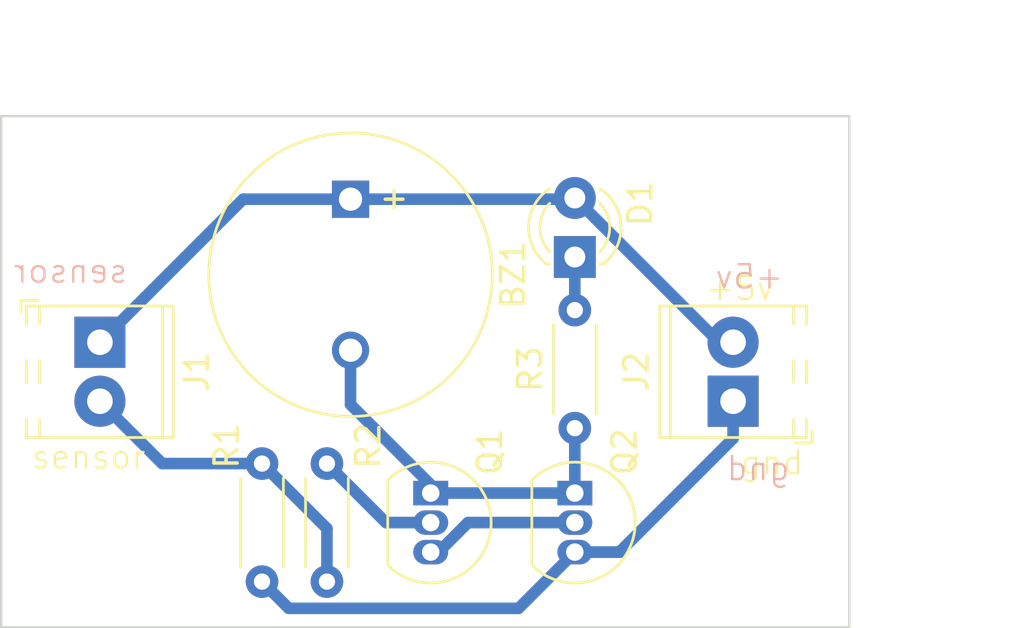
<source format=kicad_pcb>
(kicad_pcb (version 20240108) (generator "pcbnew") (generator_version "8.0")
  (layers (0 "F.Cu" signal) (31 "B.Cu" signal) (34 "B.Paste" user) (35 "F.Paste" user) (36 "B.SilkS" user "B.Silkscreen") (37 "F.SilkS" user "F.Silkscreen") (38 "B.Mask" user) (39 "F.Mask" user) (44 "Edge.Cuts" user))
  (net 0 "")
  (net 1 "Net-(BZ1--)")
  (net 2 "+5V")
  (net 3 "Net-(D1-K)")
  (net 4 "GND")
  (net 5 "Net-(Q1-E)")
  (net 6 "Net-(Q1-B)")
  (net 7 "Net-(J1-Pin_2)")
  (footprint "Resistor_THT:R_Axial_DIN0204_L3.6mm_D1.6mm_P5.08mm_Horizontal" (layer "F.Cu") (at 157.226 97.282 90)
    (property "Reference" "R1" (at 5.842 -1.524 90) (layer "F.SilkS"))
    (property "Value" "1M")
    (fp_line (start 0.62 -0.92) (end 4.46 -0.92) (stroke (width 0.12)) (layer "F.SilkS"))
    (fp_line (start 0.62 0.92) (end 4.46 0.92) (stroke (width 0.12)) (layer "F.SilkS"))
    (pad "1" thru_hole circle (at 0 0 90) (size 1.4 1.4) (drill 0.7) (layers "*.Cu" "*.Mask") (net 4 "GND"))
    (pad "2" thru_hole oval (at 5.08 0 90) (size 1.4 1.4) (drill 0.7) (layers "*.Cu" "*.Mask") (net 7 "Net-(J1-Pin_2)"))
  )
  (footprint "TerminalBlock_Phoenix:TerminalBlock_Phoenix_MPT-0,5-2-2.54_1x02_P2.54mm_Horizontal" (layer "F.Cu") (at 150.25 86.98 -90)
    (property "Reference" "J1" (at 1.27 -4.16 90) (layer "F.SilkS"))
    (property "Value" "Screw_Terminal_01x02")
    (fp_line (start -1.8 3.4) (end -1.3 3.4) (stroke (width 0.12)) (layer "F.SilkS"))
    (fp_line (start -1.56 3.16) (end -0.79 3.16) (stroke (width 0.12)) (layer "F.SilkS"))
    (fp_line (start 0.79 3.16) (end 1.75 3.16) (stroke (width 0.12)) (layer "F.SilkS"))
    (fp_line (start 3.33 3.16) (end 4.1 3.16) (stroke (width 0.12)) (layer "F.SilkS"))
    (fp_line (start -1.8 2.66) (end -1.8 3.4) (stroke (width 0.12)) (layer "F.SilkS"))
    (fp_line (start -1.56 2.6) (end -0.79 2.6) (stroke (width 0.12)) (layer "F.SilkS"))
    (fp_line (start 0.79 2.6) (end 1.75 2.6) (stroke (width 0.12)) (layer "F.SilkS"))
    (fp_line (start 3.33 2.6) (end 4.1 2.6) (stroke (width 0.12)) (layer "F.SilkS"))
    (fp_line (start -1.56 -2.7) (end 4.1 -2.7) (stroke (width 0.12)) (layer "F.SilkS"))
    (fp_line (start -1.56 -3.16) (end -1.56 3.16) (stroke (width 0.12)) (layer "F.SilkS"))
    (fp_line (start -1.56 -3.16) (end 4.1 -3.16) (stroke (width 0.12)) (layer "F.SilkS"))
    (fp_line (start 4.1 -3.16) (end 4.1 3.16) (stroke (width 0.12)) (layer "F.SilkS"))
    (pad "" np_thru_hole circle (at 0 2.54 270) (size 1.1 1.1) (drill 1.1) (layers "*.Cu" "*.Mask"))
    (pad "" np_thru_hole circle (at 2.54 2.54 270) (size 1.1 1.1) (drill 1.1) (layers "*.Cu" "*.Mask"))
    (pad "1" thru_hole rect (at 0 0 270) (size 2.2 2.2) (drill 1.1) (layers "*.Cu" "*.Mask") (net 2 "+5V"))
    (pad "2" thru_hole circle (at 2.54 0 270) (size 2.2 2.2) (drill 1.1) (layers "*.Cu" "*.Mask") (net 7 "Net-(J1-Pin_2)"))
  )
  (footprint "TerminalBlock_Phoenix:TerminalBlock_Phoenix_MPT-0,5-2-2.54_1x02_P2.54mm_Horizontal" (layer "F.Cu") (at 177.5 89.52 90)
    (property "Reference" "J2" (at 1.27 -4.16 90) (layer "F.SilkS"))
    (property "Value" "Screw_Terminal_01x02")
    (fp_line (start 4.1 -3.16) (end 4.1 3.16) (stroke (width 0.12)) (layer "F.SilkS"))
    (fp_line (start -1.56 -3.16) (end 4.1 -3.16) (stroke (width 0.12)) (layer "F.SilkS"))
    (fp_line (start -1.56 -3.16) (end -1.56 3.16) (stroke (width 0.12)) (layer "F.SilkS"))
    (fp_line (start -1.56 -2.7) (end 4.1 -2.7) (stroke (width 0.12)) (layer "F.SilkS"))
    (fp_line (start 3.33 2.6) (end 4.1 2.6) (stroke (width 0.12)) (layer "F.SilkS"))
    (fp_line (start 0.79 2.6) (end 1.75 2.6) (stroke (width 0.12)) (layer "F.SilkS"))
    (fp_line (start -1.56 2.6) (end -0.79 2.6) (stroke (width 0.12)) (layer "F.SilkS"))
    (fp_line (start -1.8 2.66) (end -1.8 3.4) (stroke (width 0.12)) (layer "F.SilkS"))
    (fp_line (start 3.33 3.16) (end 4.1 3.16) (stroke (width 0.12)) (layer "F.SilkS"))
    (fp_line (start 0.79 3.16) (end 1.75 3.16) (stroke (width 0.12)) (layer "F.SilkS"))
    (fp_line (start -1.56 3.16) (end -0.79 3.16) (stroke (width 0.12)) (layer "F.SilkS"))
    (fp_line (start -1.8 3.4) (end -1.3 3.4) (stroke (width 0.12)) (layer "F.SilkS"))
    (pad "" np_thru_hole circle (at 0 2.54 90) (size 1.1 1.1) (drill 1.1) (layers "*.Cu" "*.Mask"))
    (pad "" np_thru_hole circle (at 2.54 2.54 90) (size 1.1 1.1) (drill 1.1) (layers "*.Cu" "*.Mask"))
    (pad "1" thru_hole rect (at 0 0 90) (size 2.2 2.2) (drill 1.1) (layers "*.Cu" "*.Mask") (net 4 "GND"))
    (pad "2" thru_hole circle (at 2.54 0 90) (size 2.2 2.2) (drill 1.1) (layers "*.Cu" "*.Mask") (net 2 "+5V"))
  )
  (footprint "Resistor_THT:R_Axial_DIN0204_L3.6mm_D1.6mm_P5.08mm_Horizontal" (layer "F.Cu") (at 170.688 90.678 90)
    (property "Reference" "R3" (at 2.54 -1.92 90) (layer "F.SilkS"))
    (property "Value" "220R")
    (fp_line (start 0.62 -0.92) (end 4.46 -0.92) (stroke (width 0.12)) (layer "F.SilkS"))
    (fp_line (start 0.62 0.92) (end 4.46 0.92) (stroke (width 0.12)) (layer "F.SilkS"))
    (pad "1" thru_hole circle (at 0 0 90) (size 1.4 1.4) (drill 0.7) (layers "*.Cu" "*.Mask") (net 1 "Net-(BZ1--)"))
    (pad "2" thru_hole oval (at 5.08 0 90) (size 1.4 1.4) (drill 0.7) (layers "*.Cu" "*.Mask") (net 3 "Net-(D1-K)"))
  )
  (footprint "Buzzer_Beeper:MagneticBuzzer_ProSignal_ABT-410-RC" (layer "F.Cu") (at 161.036 80.824 -90)
    (property "Reference" "BZ1" (at 3.25 -7 90) (layer "F.SilkS"))
    (property "Value" "Buzzer")
    (fp_circle (center 3.25 0) (end 9.35 0) (stroke (width 0.12)) (fill none) (layer "F.SilkS"))
    (fp_text user "+" (at 0 -1.8 90) (layer "F.SilkS"))
    (pad "1" thru_hole rect (at 0 0 270) (size 1.6 1.6) (drill 1) (layers "*.Cu" "*.Mask") (net 2 "+5V"))
    (pad "2" thru_hole circle (at 6.5 0 270) (size 1.6 1.6) (drill 1) (layers "*.Cu" "*.Mask") (net 1 "Net-(BZ1--)"))
  )
  (footprint "Resistor_THT:R_Axial_DIN0204_L3.6mm_D1.6mm_P5.08mm_Horizontal" (layer "F.Cu") (at 160.02 92.202 -90)
    (property "Reference" "R2" (at -0.762 -1.778 90) (layer "F.SilkS"))
    (property "Value" "560R")
    (fp_line (start 0.62 0.92) (end 4.46 0.92) (stroke (width 0.12)) (layer "F.SilkS"))
    (fp_line (start 0.62 -0.92) (end 4.46 -0.92) (stroke (width 0.12)) (layer "F.SilkS"))
    (pad "1" thru_hole circle (at 0 0 270) (size 1.4 1.4) (drill 0.7) (layers "*.Cu" "*.Mask") (net 6 "Net-(Q1-B)"))
    (pad "2" thru_hole oval (at 5.08 0 270) (size 1.4 1.4) (drill 0.7) (layers "*.Cu" "*.Mask") (net 7 "Net-(J1-Pin_2)"))
  )
  (footprint "Package_TO_SOT_THT:TO-92_Inline" (layer "F.Cu") (at 164.486 93.472 -90)
    (property "Reference" "Q1" (at -1.778 -2.54 90) (layer "F.SilkS"))
    (property "Value" "BC337")
    (fp_line (start -0.53 1.85) (end 3.07 1.85) (stroke (width 0.12)) (layer "F.SilkS"))
    (fp_arc (start -0.568478 1.838478) (mid -1.132087 -0.994977) (end 1.27 -2.6) (stroke (width 0.12)) (layer "F.SilkS"))
    (fp_arc (start 1.27 -2.6) (mid 3.672087 -0.994977) (end 3.108478 1.838478) (stroke (width 0.12)) (layer "F.SilkS"))
    (pad "1" thru_hole rect (at 0 0 270) (size 1.05 1.5) (drill 0.75) (layers "*.Cu" "*.Mask") (net 1 "Net-(BZ1--)"))
    (pad "2" thru_hole oval (at 1.27 0 270) (size 1.05 1.5) (drill 0.75) (layers "*.Cu" "*.Mask") (net 6 "Net-(Q1-B)"))
    (pad "3" thru_hole oval (at 2.54 0 270) (size 1.05 1.5) (drill 0.75) (layers "*.Cu" "*.Mask") (net 5 "Net-(Q1-E)"))
  )
  (footprint "Package_TO_SOT_THT:TO-92_Inline" (layer "F.Cu") (at 170.688 93.472 -90)
    (property "Reference" "Q2" (at -1.778 -2.138 90) (layer "F.SilkS"))
    (property "Value" "BC337")
    (fp_line (start -0.53 1.85) (end 3.07 1.85) (stroke (width 0.12)) (layer "F.SilkS"))
    (fp_arc (start -0.568478 1.838478) (mid -1.132087 -0.994977) (end 1.27 -2.6) (stroke (width 0.12)) (layer "F.SilkS"))
    (fp_arc (start 1.27 -2.6) (mid 3.672087 -0.994977) (end 3.108478 1.838478) (stroke (width 0.12)) (layer "F.SilkS"))
    (pad "1" thru_hole rect (at 0 0 270) (size 1.05 1.5) (drill 0.75) (layers "*.Cu" "*.Mask") (net 1 "Net-(BZ1--)"))
    (pad "2" thru_hole oval (at 1.27 0 270) (size 1.05 1.5) (drill 0.75) (layers "*.Cu" "*.Mask") (net 5 "Net-(Q1-E)"))
    (pad "3" thru_hole oval (at 2.54 0 270) (size 1.05 1.5) (drill 0.75) (layers "*.Cu" "*.Mask") (net 4 "GND"))
  )
  (footprint "LED_THT:LED_D3.0mm" (layer "F.Cu") (at 170.688 83.312 90)
    (property "Reference" "D1" (at 2.312 2.812 90) (layer "F.SilkS"))
    (property "Value" "LED")
    (fp_line (start -0.29 -1.236) (end -0.29 -1.08) (stroke (width 0.12)) (layer "F.SilkS"))
    (fp_line (start -0.29 1.08) (end -0.29 1.236) (stroke (width 0.12)) (layer "F.SilkS"))
    (fp_arc (start -0.29 -1.235516) (mid 1.366487 -1.987659) (end 2.942335 -1.078608) (stroke (width 0.12)) (layer "F.SilkS"))
    (fp_arc (start 0.229039 -1.08) (mid 1.270117 -1.5) (end 2.31113 -1.079837) (stroke (width 0.12)) (layer "F.SilkS"))
    (fp_arc (start 2.942335 1.078608) (mid 1.366487 1.987659) (end -0.29 1.235516) (stroke (width 0.12)) (layer "F.SilkS"))
    (fp_arc (start 2.31113 1.079837) (mid 1.270117 1.5) (end 0.229039 1.08) (stroke (width 0.12)) (layer "F.SilkS"))
    (pad "1" thru_hole rect (at 0 0 90) (size 1.8 1.8) (drill 0.9) (layers "*.Cu" "*.Mask") (net 3 "Net-(D1-K)"))
    (pad "2" thru_hole circle (at 2.54 0 90) (size 1.8 1.8) (drill 0.9) (layers "*.Cu" "*.Mask") (net 2 "+5V"))
  )
  (gr_rect (start 146 77.25) (end 182.5 99.25) (stroke (width 0.1)) (fill none) (layer "Edge.Cuts"))
  (gr_text "sensor" (at 151.5 84.5 0) (layer "B.SilkS") (effects (font (size 1 1) (thickness 0.1)) (justify left bottom mirror)))
  (gr_text "+5v" (at 179.75 84.75 0) (layer "B.SilkS") (effects (font (size 1 1) (thickness 0.1)) (justify left bottom mirror)))
  (gr_text "gnd" (at 180 93 0) (layer "B.SilkS") (effects (font (size 1 1) (thickness 0.1)) (justify left bottom mirror)))
  (gr_text "sensor" (at 147.25 92.5 0) (layer "F.SilkS") (effects (font (size 1 1) (thickness 0.1)) (justify left bottom)))
  (gr_text "+5v" (at 176.25 85.25 0) (layer "F.SilkS") (effects (font (size 1 1) (thickness 0.1)) (justify left bottom)))
  (gr_text "gnd" (at 177.75 92.75 0) (layer "F.SilkS") (effects (font (size 1 1) (thickness 0.1)) (justify left bottom)))
  (segment (start 164.486 93.112) (end 161.036 89.662) (width 0.5) (layer "B.Cu") (net 1))
  (segment (start 161.036 89.662) (end 161.036 87.324) (width 0.5) (layer "B.Cu") (net 1))
  (segment (start 170.688 93.472) (end 164.486 93.472) (width 0.5) (layer "B.Cu") (net 1))
  (segment (start 170.688 90.678) (end 170.688 93.472) (width 0.5) (layer "B.Cu") (net 1))
  (segment (start 164.486 93.472) (end 164.486 93.112) (width 0.5) (layer "B.Cu") (net 1))
  (segment (start 170.786 80.824) (end 170.838 80.772) (width 0.5) (layer "F.Cu") (net 2))
  (segment (start 176.896 86.98) (end 177.5 86.98) (width 0.5) (layer "B.Cu") (net 2))
  (segment (start 170.688 80.772) (end 176.896 86.98) (width 0.5) (layer "B.Cu") (net 2))
  (segment (start 150.25 86.98) (end 150.256 86.98) (width 0.5) (layer "B.Cu") (net 2))
  (segment (start 156.412 80.824) (end 161.036 80.824) (width 0.5) (layer "B.Cu") (net 2))
  (segment (start 161.036 80.824) (end 170.786 80.824) (width 0.5) (layer "B.Cu") (net 2))
  (segment (start 150.256 86.98) (end 156.412 80.824) (width 0.5) (layer "B.Cu") (net 2))
  (segment (start 170.786 80.824) (end 170.838 80.772) (width 0.5) (layer "B.Cu") (net 2))
  (segment (start 170.688 85.598) (end 170.688 83.312) (width 0.5) (layer "B.Cu") (net 3))
  (segment (start 172.71 96.012) (end 170.688 96.012) (width 0.5) (layer "B.Cu") (net 4))
  (segment (start 172.608 96.012) (end 170.688 96.012) (width 0.5) (layer "B.Cu") (net 4))
  (segment (start 177.5 91.12) (end 172.608 96.012) (width 0.5) (layer "B.Cu") (net 4))
  (segment (start 168.268 98.432) (end 158.376 98.432) (width 0.5) (layer "B.Cu") (net 4))
  (segment (start 177.5 89.52) (end 177.5 91.12) (width 0.5) (layer "B.Cu") (net 4))
  (segment (start 170.688 96.012) (end 168.268 98.432) (width 0.5) (layer "B.Cu") (net 4))
  (segment (start 158.376 98.432) (end 157.226 97.282) (width 0.5) (layer "B.Cu") (net 4))
  (segment (start 170.688 94.742) (end 171.021858 94.742) (width 0.5) (layer "F.Cu") (net 5))
  (segment (start 170.688 94.742) (end 166.089858 94.742) (width 0.5) (layer "B.Cu") (net 5))
  (segment (start 164.819858 96.012) (end 164.486 96.012) (width 0.5) (layer "B.Cu") (net 5))
  (segment (start 166.089858 94.742) (end 164.819858 96.012) (width 0.5) (layer "B.Cu") (net 5))
  (segment (start 162.56 94.742) (end 160.02 92.202) (width 0.5) (layer "B.Cu") (net 6))
  (segment (start 164.486 94.742) (end 162.56 94.742) (width 0.5) (layer "B.Cu") (net 6))
  (segment (start 150.25 89.52) (end 152.932 92.202) (width 0.5) (layer "B.Cu") (net 7))
  (segment (start 160.02 94.996) (end 157.226 92.202) (width 0.5) (layer "B.Cu") (net 7))
  (segment (start 160.02 97.282) (end 160.02 94.996) (width 0.5) (layer "B.Cu") (net 7))
  (segment (start 152.932 92.202) (end 157.226 92.202) (width 0.5) (layer "B.Cu") (net 7))
)
</source>
